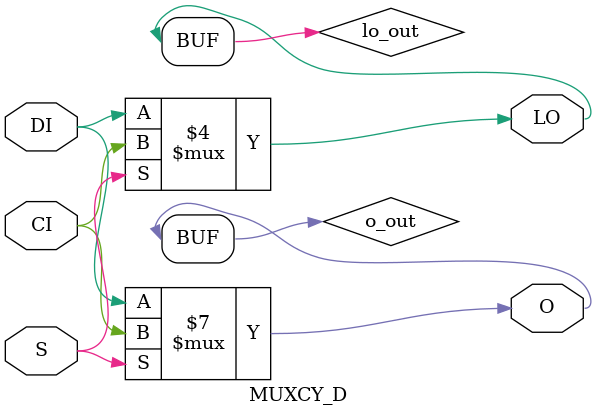
<source format=v>

/*

FUNCTION	: 2 to 1 Multiplexer for Carry Logic

*/

`celldefine
`timescale  100 ps / 10 ps

module MUXCY_D (LO, O, CI, DI, S);

    output O, LO;
    reg    o_out, lo_out;

    input  CI, DI, S;

    buf B1 (O, o_out);
    buf B2 (LO, lo_out);

	always @(CI or DI or S) begin
	    if (S)
		o_out <= CI;
	    else
		o_out <= DI;
	end

	always @(CI or DI or S) begin
	    if (S)
		lo_out <= CI;
	    else
		lo_out <= DI;
	end

endmodule

</source>
